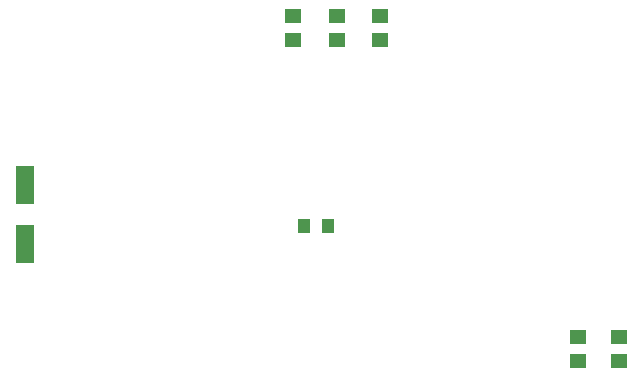
<source format=gtp>
G04*
G04 #@! TF.GenerationSoftware,Altium Limited,Altium Designer,25.8.1 (18)*
G04*
G04 Layer_Color=8421504*
%FSLAX44Y44*%
%MOMM*%
G71*
G04*
G04 #@! TF.SameCoordinates,F8F0A343-2924-4F85-9C9D-BDB02173843C*
G04*
G04*
G04 #@! TF.FilePolarity,Positive*
G04*
G01*
G75*
%ADD16R,1.6000X3.2000*%
%ADD17R,1.0000X1.2500*%
%ADD18R,1.4500X1.2000*%
D16*
X454660Y1093070D02*
D03*
Y1043070D02*
D03*
D17*
X711040Y1057910D02*
D03*
X691040D02*
D03*
D18*
X923290Y943770D02*
D03*
X957580D02*
D03*
X681990Y1235550D02*
D03*
X718820D02*
D03*
X755650D02*
D03*
X718820Y1215550D02*
D03*
X755650D02*
D03*
X923290Y963770D02*
D03*
X681990Y1215550D02*
D03*
X957580Y963770D02*
D03*
M02*

</source>
